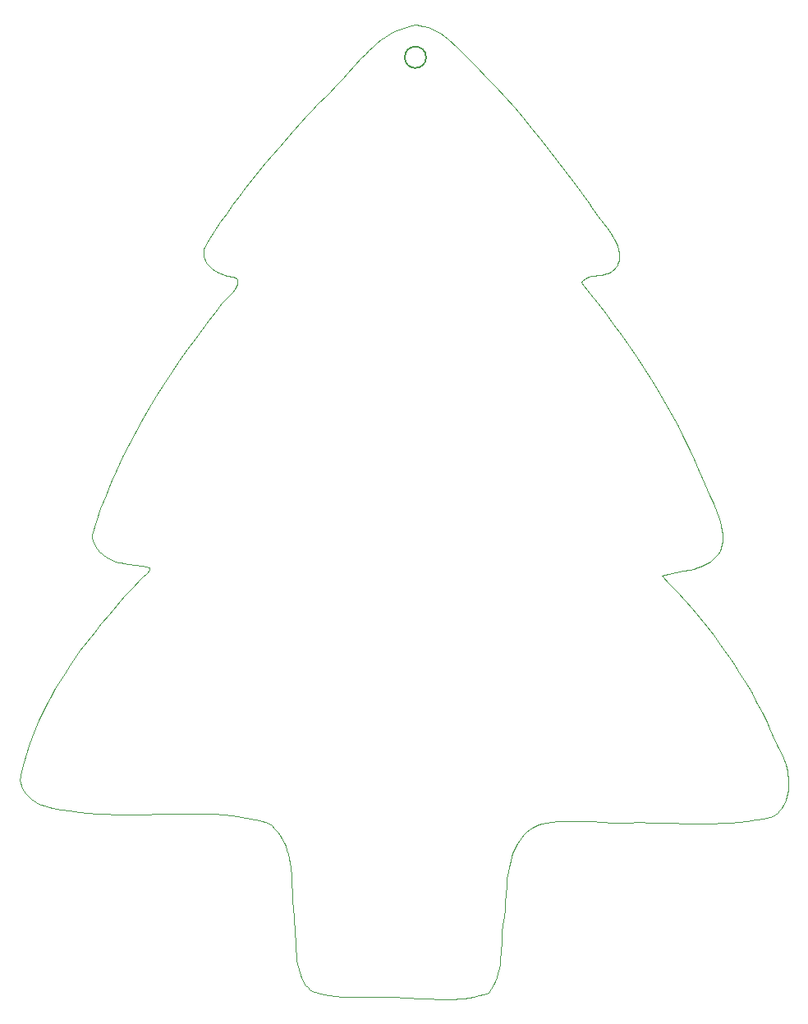
<source format=gbr>
%TF.GenerationSoftware,KiCad,Pcbnew,9.0.6*%
%TF.CreationDate,2025-12-01T09:21:34+01:00*%
%TF.ProjectId,BL_Santa,424c5f53-616e-4746-912e-6b696361645f,rev?*%
%TF.SameCoordinates,Original*%
%TF.FileFunction,Profile,NP*%
%FSLAX46Y46*%
G04 Gerber Fmt 4.6, Leading zero omitted, Abs format (unit mm)*
G04 Created by KiCad (PCBNEW 9.0.6) date 2025-12-01 09:21:34*
%MOMM*%
%LPD*%
G01*
G04 APERTURE LIST*
%TA.AperFunction,Profile*%
%ADD10C,0.150000*%
%TD*%
%TA.AperFunction,Profile*%
%ADD11C,0.100000*%
%TD*%
G04 APERTURE END LIST*
D10*
X121675000Y-55369100D02*
G75*
G02*
X119475000Y-55369100I-1100000J0D01*
G01*
X119475000Y-55369100D02*
G75*
G02*
X121675000Y-55369100I1100000J0D01*
G01*
D11*
X120486200Y-52039800D02*
X119940500Y-52149600D01*
X119940500Y-52149600D02*
X119414300Y-52300800D01*
X119414300Y-52300800D02*
X118906400Y-52490400D01*
X118906400Y-52490400D02*
X118416100Y-52715100D01*
X118416100Y-52715100D02*
X117942300Y-52972000D01*
X117942300Y-52972000D02*
X117484100Y-53257700D01*
X117484100Y-53257700D02*
X117040500Y-53569300D01*
X117040500Y-53569300D02*
X116610700Y-53903600D01*
X116610700Y-53903600D02*
X116193600Y-54257400D01*
X116193600Y-54257400D02*
X115788300Y-54627700D01*
X115788300Y-54627700D02*
X115394000Y-55011300D01*
X115394000Y-55011300D02*
X115009500Y-55405200D01*
X115009500Y-55405200D02*
X114266600Y-56210900D01*
X114266600Y-56210900D02*
X113552100Y-57020000D01*
X113552100Y-57020000D02*
X113056700Y-57576300D01*
X113056700Y-57576300D02*
X112545000Y-58116700D01*
X112545000Y-58116700D02*
X111495100Y-59171600D01*
X111495100Y-59171600D02*
X110447800Y-60228900D01*
X110447800Y-60228900D02*
X109939200Y-60772100D01*
X109939200Y-60772100D02*
X109448100Y-61332500D01*
X109448100Y-61332500D02*
X107975000Y-62950000D01*
X107975000Y-62950000D02*
X106518000Y-64586000D01*
X106518000Y-64586000D02*
X105088200Y-66246700D01*
X105088200Y-66246700D02*
X103696700Y-67938500D01*
X103696700Y-67938500D02*
X103018700Y-68798000D01*
X103018700Y-68798000D02*
X102354400Y-69667700D01*
X102354400Y-69667700D02*
X101705300Y-70548300D01*
X101705300Y-70548300D02*
X101072600Y-71440700D01*
X101072600Y-71440700D02*
X100457700Y-72345600D01*
X100457700Y-72345600D02*
X99862100Y-73263800D01*
X99862100Y-73263800D02*
X99287200Y-74196100D01*
X99287200Y-74196100D02*
X98734200Y-75143300D01*
X98734200Y-75143300D02*
X98708300Y-75395500D01*
X98708300Y-75395500D02*
X98714400Y-75639400D01*
X98714400Y-75639400D02*
X98750300Y-75874200D01*
X98750300Y-75874200D02*
X98813800Y-76099500D01*
X98813800Y-76099500D02*
X98902700Y-76314500D01*
X98902700Y-76314500D02*
X99015000Y-76518800D01*
X99015000Y-76518800D02*
X99148400Y-76711700D01*
X99148400Y-76711700D02*
X99300900Y-76892700D01*
X99300900Y-76892700D02*
X99470200Y-77061200D01*
X99470200Y-77061200D02*
X99654100Y-77216500D01*
X99654100Y-77216500D02*
X99850600Y-77358100D01*
X99850600Y-77358100D02*
X100057400Y-77485400D01*
X100057400Y-77485400D02*
X100272500Y-77597900D01*
X100272500Y-77597900D02*
X100493500Y-77694800D01*
X100493500Y-77694800D02*
X100718500Y-77775700D01*
X100718500Y-77775700D02*
X100945200Y-77840000D01*
X100945200Y-77840000D02*
X101102400Y-77897000D01*
X101102400Y-77897000D02*
X101270700Y-77937100D01*
X101270700Y-77937100D02*
X101618600Y-77994100D01*
X101618600Y-77994100D02*
X101787300Y-78024900D01*
X101787300Y-78024900D02*
X101945200Y-78066500D01*
X101945200Y-78066500D02*
X102086900Y-78125800D01*
X102086900Y-78125800D02*
X102206900Y-78209700D01*
X102206900Y-78209700D02*
X102229700Y-78413300D01*
X102229700Y-78413300D02*
X102222400Y-78606400D01*
X102222400Y-78606400D02*
X102188000Y-78790100D01*
X102188000Y-78790100D02*
X102129300Y-78965100D01*
X102129300Y-78965100D02*
X102049300Y-79132200D01*
X102049300Y-79132200D02*
X101951000Y-79292400D01*
X101951000Y-79292400D02*
X101710800Y-79595400D01*
X101710800Y-79595400D02*
X101432100Y-79880900D01*
X101432100Y-79880900D02*
X101138400Y-80155800D01*
X101138400Y-80155800D02*
X100853000Y-80426900D01*
X100853000Y-80426900D02*
X100599200Y-80701100D01*
X100599200Y-80701100D02*
X99917800Y-81594800D01*
X99917800Y-81594800D02*
X99244600Y-82497900D01*
X99244600Y-82497900D02*
X97896100Y-84305200D01*
X97896100Y-84305200D02*
X97052700Y-85471700D01*
X97052700Y-85471700D02*
X96225000Y-86651500D01*
X96225000Y-86651500D02*
X95414700Y-87844500D01*
X95414700Y-87844500D02*
X94623400Y-89051100D01*
X94623400Y-89051100D02*
X93852800Y-90271100D01*
X93852800Y-90271100D02*
X93104400Y-91504900D01*
X93104400Y-91504900D02*
X92379900Y-92752400D01*
X92379900Y-92752400D02*
X91680900Y-94013900D01*
X91680900Y-94013900D02*
X91009000Y-95289300D01*
X91009000Y-95289300D02*
X90365800Y-96578900D01*
X90365800Y-96578900D02*
X89753000Y-97882800D01*
X89753000Y-97882800D02*
X89172100Y-99201000D01*
X89172100Y-99201000D02*
X88624900Y-100533700D01*
X88624900Y-100533700D02*
X88112900Y-101881000D01*
X88112900Y-101881000D02*
X87637700Y-103243000D01*
X87637700Y-103243000D02*
X87201000Y-104619800D01*
X87201000Y-104619800D02*
X87241600Y-104905000D01*
X87241600Y-104905000D02*
X87310700Y-105177700D01*
X87310700Y-105177700D02*
X87406300Y-105437600D01*
X87406300Y-105437600D02*
X87526500Y-105684200D01*
X87526500Y-105684200D02*
X87669500Y-105917400D01*
X87669500Y-105917400D02*
X87833300Y-106136600D01*
X87833300Y-106136600D02*
X88016200Y-106341600D01*
X88016200Y-106341600D02*
X88216100Y-106532100D01*
X88216100Y-106532100D02*
X88431300Y-106707500D01*
X88431300Y-106707500D02*
X88659700Y-106867800D01*
X88659700Y-106867800D02*
X88899600Y-107012300D01*
X88899600Y-107012300D02*
X89149100Y-107140900D01*
X89149100Y-107140900D02*
X89406200Y-107253100D01*
X89406200Y-107253100D02*
X89669100Y-107348700D01*
X89669100Y-107348700D02*
X89935800Y-107427200D01*
X89935800Y-107427200D02*
X90204600Y-107488400D01*
X90204600Y-107488400D02*
X90567100Y-107576200D01*
X90567100Y-107576200D02*
X90934600Y-107644400D01*
X90934600Y-107644400D02*
X91677600Y-107742900D01*
X91677600Y-107742900D02*
X92419400Y-107826700D01*
X92419400Y-107826700D02*
X93146300Y-107938200D01*
X93146300Y-107938200D02*
X93163900Y-108040400D01*
X93163900Y-108040400D02*
X93162000Y-108137600D01*
X93162000Y-108137600D02*
X93142700Y-108230400D01*
X93142700Y-108230400D02*
X93108000Y-108319000D01*
X93108000Y-108319000D02*
X92999900Y-108485300D01*
X92999900Y-108485300D02*
X92853600Y-108639500D01*
X92853600Y-108639500D02*
X92508900Y-108923600D01*
X92508900Y-108923600D02*
X92342100Y-109059500D01*
X92342100Y-109059500D02*
X92199800Y-109195300D01*
X92199800Y-109195300D02*
X91365800Y-110064300D01*
X91365800Y-110064300D02*
X90548600Y-110950000D01*
X90548600Y-110950000D02*
X89748000Y-111851400D01*
X89748000Y-111851400D02*
X88963500Y-112767500D01*
X88963500Y-112767500D02*
X88194900Y-113697100D01*
X88194900Y-113697100D02*
X87441900Y-114639300D01*
X87441900Y-114639300D02*
X86704100Y-115592900D01*
X86704100Y-115592900D02*
X85981200Y-116557000D01*
X85981200Y-116557000D02*
X85445100Y-117309800D01*
X85445100Y-117309800D02*
X84922500Y-118073800D01*
X84922500Y-118073800D02*
X84414800Y-118849000D01*
X84414800Y-118849000D02*
X83923200Y-119635200D01*
X83923200Y-119635200D02*
X83449200Y-120432200D01*
X83449200Y-120432200D02*
X82994000Y-121240100D01*
X82994000Y-121240100D02*
X82559100Y-122058600D01*
X82559100Y-122058600D02*
X82145800Y-122887600D01*
X82145800Y-122887600D02*
X81755400Y-123727100D01*
X81755400Y-123727100D02*
X81389200Y-124576800D01*
X81389200Y-124576800D02*
X81048700Y-125436600D01*
X81048700Y-125436600D02*
X80735100Y-126306400D01*
X80735100Y-126306400D02*
X80449800Y-127186200D01*
X80449800Y-127186200D02*
X80194100Y-128075700D01*
X80194100Y-128075700D02*
X79969500Y-128974800D01*
X79969500Y-128974800D02*
X79777200Y-129883500D01*
X79777200Y-129883500D02*
X79843400Y-130180900D01*
X79843400Y-130180900D02*
X79937400Y-130463800D01*
X79937400Y-130463800D02*
X80057400Y-130731900D01*
X80057400Y-130731900D02*
X80201600Y-130984900D01*
X80201600Y-130984900D02*
X80367900Y-131222800D01*
X80367900Y-131222800D02*
X80554700Y-131445300D01*
X80554700Y-131445300D02*
X80759800Y-131652200D01*
X80759800Y-131652200D02*
X80981600Y-131843200D01*
X80981600Y-131843200D02*
X81218100Y-132018200D01*
X81218100Y-132018200D02*
X81467400Y-132177100D01*
X81467400Y-132177100D02*
X81727600Y-132319400D01*
X81727600Y-132319400D02*
X81996900Y-132445200D01*
X81996900Y-132445200D02*
X82273400Y-132554100D01*
X82273400Y-132554100D02*
X82555100Y-132645900D01*
X82555100Y-132645900D02*
X82840300Y-132720500D01*
X82840300Y-132720500D02*
X83127100Y-132777700D01*
X83127100Y-132777700D02*
X84043300Y-132925100D01*
X84043300Y-132925100D02*
X84961300Y-133053500D01*
X84961300Y-133053500D02*
X85881300Y-133163000D01*
X85881300Y-133163000D02*
X86803200Y-133253900D01*
X86803200Y-133253900D02*
X87727100Y-133326300D01*
X87727100Y-133326300D02*
X88653200Y-133380400D01*
X88653200Y-133380400D02*
X89581600Y-133416300D01*
X89581600Y-133416300D02*
X90512300Y-133434300D01*
X90512300Y-133434300D02*
X92380700Y-133422800D01*
X92380700Y-133422800D02*
X94253200Y-133381700D01*
X94253200Y-133381700D02*
X96126400Y-133342600D01*
X96126400Y-133342600D02*
X97997000Y-133337200D01*
X97997000Y-133337200D02*
X98930300Y-133357000D01*
X98930300Y-133357000D02*
X99861500Y-133397000D01*
X99861500Y-133397000D02*
X100790500Y-133461300D01*
X100790500Y-133461300D02*
X101716600Y-133553700D01*
X101716600Y-133553700D02*
X102639500Y-133678200D01*
X102639500Y-133678200D02*
X103558700Y-133838800D01*
X103558700Y-133838800D02*
X104473900Y-134039400D01*
X104473900Y-134039400D02*
X105384600Y-134283900D01*
X105384600Y-134283900D02*
X105736600Y-134565000D01*
X105736600Y-134565000D02*
X106053100Y-134871500D01*
X106053100Y-134871500D02*
X106336100Y-135201200D01*
X106336100Y-135201200D02*
X106587500Y-135551900D01*
X106587500Y-135551900D02*
X106809100Y-135921300D01*
X106809100Y-135921300D02*
X107002900Y-136307300D01*
X107002900Y-136307300D02*
X107170800Y-136707500D01*
X107170800Y-136707500D02*
X107314600Y-137119800D01*
X107314600Y-137119800D02*
X107436400Y-137541800D01*
X107436400Y-137541800D02*
X107538000Y-137971500D01*
X107538000Y-137971500D02*
X107621300Y-138406500D01*
X107621300Y-138406500D02*
X107688200Y-138844600D01*
X107688200Y-138844600D02*
X107780500Y-139721300D01*
X107780500Y-139721300D02*
X107830100Y-140583400D01*
X107830100Y-140583400D02*
X107859300Y-141430400D01*
X107859300Y-141430400D02*
X107906200Y-142276400D01*
X107906200Y-142276400D02*
X108029000Y-143965400D01*
X108029000Y-143965400D02*
X108149800Y-145654400D01*
X108149800Y-145654400D02*
X108194200Y-146499400D01*
X108194200Y-146499400D02*
X108219800Y-147346400D01*
X108219800Y-147346400D02*
X108266500Y-147936400D01*
X108266500Y-147936400D02*
X108342000Y-148534400D01*
X108342000Y-148534400D02*
X108454900Y-149131400D01*
X108454900Y-149131400D02*
X108613700Y-149714400D01*
X108613700Y-149714400D02*
X108713000Y-149997400D01*
X108713000Y-149997400D02*
X108827000Y-150273400D01*
X108827000Y-150273400D02*
X108956700Y-150539400D01*
X108956700Y-150539400D02*
X109103200Y-150796400D01*
X109103200Y-150796400D02*
X109267600Y-151040400D01*
X109267600Y-151040400D02*
X109451000Y-151272400D01*
X109451000Y-151272400D02*
X109654300Y-151489400D01*
X109654300Y-151489400D02*
X109878700Y-151690400D01*
X109878700Y-151690400D02*
X110493900Y-151858400D01*
X110493900Y-151858400D02*
X111113000Y-151989400D01*
X111113000Y-151989400D02*
X111735400Y-152089400D01*
X111735400Y-152089400D02*
X112360800Y-152160400D01*
X112360800Y-152160400D02*
X112988700Y-152207400D01*
X112988700Y-152207400D02*
X113618600Y-152235400D01*
X113618600Y-152235400D02*
X114882500Y-152248400D01*
X114882500Y-152248400D02*
X116148700Y-152233400D01*
X116148700Y-152233400D02*
X117413600Y-152224400D01*
X117413600Y-152224400D02*
X118044400Y-152232400D01*
X118044400Y-152232400D02*
X118673400Y-152255400D01*
X118673400Y-152255400D02*
X119300300Y-152295400D01*
X119300300Y-152295400D02*
X119924400Y-152358400D01*
X119924400Y-152358400D02*
X120944600Y-152386400D01*
X120944600Y-152386400D02*
X121975300Y-152430400D01*
X121975300Y-152430400D02*
X123011400Y-152468400D01*
X123011400Y-152468400D02*
X124047900Y-152478400D01*
X124047900Y-152478400D02*
X124564700Y-152465400D01*
X124564700Y-152465400D02*
X125079700Y-152437400D01*
X125079700Y-152437400D02*
X125592200Y-152391400D01*
X125592200Y-152391400D02*
X126101600Y-152324400D01*
X126101600Y-152324400D02*
X126607300Y-152233400D01*
X126607300Y-152233400D02*
X127108600Y-152116400D01*
X127108600Y-152116400D02*
X127604900Y-151970400D01*
X127604900Y-151970400D02*
X128095500Y-151791400D01*
X128095500Y-151791400D02*
X128372500Y-151411400D01*
X128372500Y-151411400D02*
X128606500Y-151015400D01*
X128606500Y-151015400D02*
X128801600Y-150607400D01*
X128801600Y-150607400D02*
X128961600Y-150186400D01*
X128961600Y-150186400D02*
X129090300Y-149755400D01*
X129090300Y-149755400D02*
X129191700Y-149316400D01*
X129191700Y-149316400D02*
X129269700Y-148868400D01*
X129269700Y-148868400D02*
X129328000Y-148415400D01*
X129328000Y-148415400D02*
X129401300Y-147498400D01*
X129401300Y-147498400D02*
X129442700Y-146574400D01*
X129442700Y-146574400D02*
X129483300Y-145657400D01*
X129483300Y-145657400D02*
X129554100Y-144759400D01*
X129554100Y-144759400D02*
X129689100Y-143984400D01*
X129689100Y-143984400D02*
X129779600Y-143203400D01*
X129779600Y-143203400D02*
X129841500Y-142418400D01*
X129841500Y-142418400D02*
X129891100Y-141632400D01*
X129891100Y-141632400D02*
X129944600Y-140845400D01*
X129944600Y-140845400D02*
X130018100Y-140062400D01*
X130018100Y-140062400D02*
X130127700Y-139282800D01*
X130127700Y-139282800D02*
X130201200Y-138895500D01*
X130201200Y-138895500D02*
X130289700Y-138510200D01*
X130289700Y-138510200D02*
X130372200Y-138151600D01*
X130372200Y-138151600D02*
X130475700Y-137792800D01*
X130475700Y-137792800D02*
X130600100Y-137436700D01*
X130600100Y-137436700D02*
X130745200Y-137085900D01*
X130745200Y-137085900D02*
X130910800Y-136743400D01*
X130910800Y-136743400D02*
X131096700Y-136411800D01*
X131096700Y-136411800D02*
X131303000Y-136094000D01*
X131303000Y-136094000D02*
X131529300Y-135792700D01*
X131529300Y-135792700D02*
X131775500Y-135510700D01*
X131775500Y-135510700D02*
X132041500Y-135250900D01*
X132041500Y-135250900D02*
X132327100Y-135015900D01*
X132327100Y-135015900D02*
X132632100Y-134808700D01*
X132632100Y-134808700D02*
X132956500Y-134631900D01*
X132956500Y-134631900D02*
X133300000Y-134488300D01*
X133300000Y-134488300D02*
X133662500Y-134380800D01*
X133662500Y-134380800D02*
X134043900Y-134312100D01*
X134043900Y-134312100D02*
X134619200Y-134217400D01*
X134619200Y-134217400D02*
X135195500Y-134151600D01*
X135195500Y-134151600D02*
X135772700Y-134111100D01*
X135772700Y-134111100D02*
X136350700Y-134092300D01*
X136350700Y-134092300D02*
X136929500Y-134091600D01*
X136929500Y-134091600D02*
X137509100Y-134105300D01*
X137509100Y-134105300D02*
X138670600Y-134161600D01*
X138670600Y-134161600D02*
X139834700Y-134232200D01*
X139834700Y-134232200D02*
X141001300Y-134288100D01*
X141001300Y-134288100D02*
X141585400Y-134301500D01*
X141585400Y-134301500D02*
X142169900Y-134300300D01*
X142169900Y-134300300D02*
X142755000Y-134280900D01*
X142755000Y-134280900D02*
X143340400Y-134239700D01*
X143340400Y-134239700D02*
X145097600Y-134265200D01*
X145097600Y-134265200D02*
X146859100Y-134309100D01*
X146859100Y-134309100D02*
X148622500Y-134348100D01*
X148622500Y-134348100D02*
X150385100Y-134359300D01*
X150385100Y-134359300D02*
X151265200Y-134347200D01*
X151265200Y-134347200D02*
X152144200Y-134319400D01*
X152144200Y-134319400D02*
X153021800Y-134273200D01*
X153021800Y-134273200D02*
X153896800Y-134205500D01*
X153896800Y-134205500D02*
X154770800Y-134113500D01*
X154770800Y-134113500D02*
X155641800Y-133994300D01*
X155641800Y-133994300D02*
X156509800Y-133845000D01*
X156509800Y-133845000D02*
X157374800Y-133662800D01*
X157374800Y-133662800D02*
X157652800Y-133466900D01*
X157652800Y-133466900D02*
X157903800Y-133248200D01*
X157903800Y-133248200D02*
X158128800Y-133008800D01*
X158128800Y-133008800D02*
X158328800Y-132750900D01*
X158328800Y-132750900D02*
X158503800Y-132476400D01*
X158503800Y-132476400D02*
X158653800Y-132187500D01*
X158653800Y-132187500D02*
X158779800Y-131886200D01*
X158779800Y-131886200D02*
X158882800Y-131574600D01*
X158882800Y-131574600D02*
X158961800Y-131254700D01*
X158961800Y-131254700D02*
X159017800Y-130928700D01*
X159017800Y-130928700D02*
X159051800Y-130598600D01*
X159051800Y-130598600D02*
X159062800Y-130266400D01*
X159062800Y-130266400D02*
X159052800Y-129934300D01*
X159052800Y-129934300D02*
X159021800Y-129604300D01*
X159021800Y-129604300D02*
X158969800Y-129278400D01*
X158969800Y-129278400D02*
X158897800Y-128958800D01*
X158897800Y-128958800D02*
X158820800Y-128622300D01*
X158820800Y-128622300D02*
X158728800Y-128291200D01*
X158728800Y-128291200D02*
X158506800Y-127642800D01*
X158506800Y-127642800D02*
X158246800Y-127009000D01*
X158246800Y-127009000D02*
X157959800Y-126385200D01*
X157959800Y-126385200D02*
X157353800Y-125149200D01*
X157353800Y-125149200D02*
X157059800Y-124527800D01*
X157059800Y-124527800D02*
X156787800Y-123898000D01*
X156787800Y-123898000D02*
X156274800Y-122849000D01*
X156274800Y-122849000D02*
X155736800Y-121813400D01*
X155736800Y-121813400D02*
X155174800Y-120791400D01*
X155174800Y-120791400D02*
X154588800Y-119783000D01*
X154588800Y-119783000D02*
X153978800Y-118788500D01*
X153978800Y-118788500D02*
X153347800Y-117807900D01*
X153347800Y-117807900D02*
X152694700Y-116841400D01*
X152694700Y-116841400D02*
X152020800Y-115889000D01*
X152020800Y-115889000D02*
X151326800Y-114951000D01*
X151326800Y-114951000D02*
X150613300Y-114027500D01*
X150613300Y-114027500D02*
X149881100Y-113118600D01*
X149881100Y-113118600D02*
X149131000Y-112224400D01*
X149131000Y-112224400D02*
X148363500Y-111345100D01*
X148363500Y-111345100D02*
X147579500Y-110480700D01*
X147579500Y-110480700D02*
X146779700Y-109631500D01*
X146779700Y-109631500D02*
X145964700Y-108797600D01*
X145964700Y-108797600D02*
X146678900Y-108620000D01*
X146678900Y-108620000D02*
X147415600Y-108478500D01*
X147415600Y-108478500D02*
X148160600Y-108346100D01*
X148160600Y-108346100D02*
X148900000Y-108196000D01*
X148900000Y-108196000D02*
X149263200Y-108105900D01*
X149263200Y-108105900D02*
X149619800Y-108001400D01*
X149619800Y-108001400D02*
X149968000Y-107878900D01*
X149968000Y-107878900D02*
X150306000Y-107735300D01*
X150306000Y-107735300D02*
X150632000Y-107567100D01*
X150632000Y-107567100D02*
X150944500Y-107371000D01*
X150944500Y-107371000D02*
X151241500Y-107143600D01*
X151241500Y-107143600D02*
X151521300Y-106881600D01*
X151521300Y-106881600D02*
X151760700Y-106593700D01*
X151760700Y-106593700D02*
X151952800Y-106280700D01*
X151952800Y-106280700D02*
X152098600Y-105947400D01*
X152098600Y-105947400D02*
X152199100Y-105598500D01*
X152199100Y-105598500D02*
X152255200Y-105238700D01*
X152255200Y-105238700D02*
X152268100Y-104872600D01*
X152268100Y-104872600D02*
X152238500Y-104505000D01*
X152238500Y-104505000D02*
X152167600Y-104140600D01*
X152167600Y-104140600D02*
X152072200Y-103663100D01*
X152072200Y-103663100D02*
X151954500Y-103193400D01*
X151954500Y-103193400D02*
X151817100Y-102730400D01*
X151817100Y-102730400D02*
X151662400Y-102273300D01*
X151662400Y-102273300D02*
X151311300Y-101373500D01*
X151311300Y-101373500D02*
X150921200Y-100487000D01*
X150921200Y-100487000D02*
X150104100Y-98726300D01*
X150104100Y-98726300D02*
X149717000Y-97838300D01*
X149717000Y-97838300D02*
X149370900Y-96935900D01*
X149370900Y-96935900D02*
X148790100Y-95701900D01*
X148790100Y-95701900D02*
X148186800Y-94479200D01*
X148186800Y-94479200D02*
X147561500Y-93268000D01*
X147561500Y-93268000D02*
X146914600Y-92068300D01*
X146914600Y-92068300D02*
X146246700Y-90880200D01*
X146246700Y-90880200D02*
X145558400Y-89703800D01*
X145558400Y-89703800D02*
X144850100Y-88539200D01*
X144850100Y-88539200D02*
X144122400Y-87386500D01*
X144122400Y-87386500D02*
X143376000Y-86245800D01*
X143376000Y-86245800D02*
X142611100Y-85117200D01*
X142611100Y-85117200D02*
X141828600Y-84000700D01*
X141828600Y-84000700D02*
X141028700Y-82896500D01*
X141028700Y-82896500D02*
X140212200Y-81804700D01*
X140212200Y-81804700D02*
X139379500Y-80725300D01*
X139379500Y-80725300D02*
X138531200Y-79658400D01*
X138531200Y-79658400D02*
X137667800Y-78604200D01*
X137667800Y-78604200D02*
X137760800Y-78458000D01*
X137760800Y-78458000D02*
X137868600Y-78334400D01*
X137868600Y-78334400D02*
X137989500Y-78231100D01*
X137989500Y-78231100D02*
X138122000Y-78146000D01*
X138122000Y-78146000D02*
X138264600Y-78076700D01*
X138264600Y-78076700D02*
X138415700Y-78021100D01*
X138415700Y-78021100D02*
X138737300Y-77941700D01*
X138737300Y-77941700D02*
X139074100Y-77889800D01*
X139074100Y-77889800D02*
X139413900Y-77847400D01*
X139413900Y-77847400D02*
X139744200Y-77796600D01*
X139744200Y-77796600D02*
X140052600Y-77719400D01*
X140052600Y-77719400D02*
X140239000Y-77682900D01*
X140239000Y-77682900D02*
X140417800Y-77627100D01*
X140417800Y-77627100D02*
X140588100Y-77553400D01*
X140588100Y-77553400D02*
X140748700Y-77463000D01*
X140748700Y-77463000D02*
X140898600Y-77357200D01*
X140898600Y-77357200D02*
X141036900Y-77237400D01*
X141036900Y-77237400D02*
X141162500Y-77104900D01*
X141162500Y-77104900D02*
X141274300Y-76960900D01*
X141274300Y-76960900D02*
X141371400Y-76806800D01*
X141371400Y-76806800D02*
X141452600Y-76643900D01*
X141452600Y-76643900D02*
X141517100Y-76473400D01*
X141517100Y-76473400D02*
X141563700Y-76296700D01*
X141563700Y-76296700D02*
X141591400Y-76115200D01*
X141591400Y-76115200D02*
X141599300Y-75930000D01*
X141599300Y-75930000D02*
X141586200Y-75742500D01*
X141586200Y-75742500D02*
X141551100Y-75554000D01*
X141551100Y-75554000D02*
X141485000Y-75177500D01*
X141485000Y-75177500D02*
X141385500Y-74817300D01*
X141385500Y-74817300D02*
X141256300Y-74471400D01*
X141256300Y-74471400D02*
X141101000Y-74138200D01*
X141101000Y-74138200D02*
X140923400Y-73815900D01*
X140923400Y-73815900D02*
X140727100Y-73502500D01*
X140727100Y-73502500D02*
X140293500Y-72895500D01*
X140293500Y-72895500D02*
X139364900Y-71710300D01*
X139364900Y-71710300D02*
X138929200Y-71103100D01*
X138929200Y-71103100D02*
X138731400Y-70789600D01*
X138731400Y-70789600D02*
X138551900Y-70467000D01*
X138551900Y-70467000D02*
X136879800Y-68204800D01*
X136879800Y-68204800D02*
X135175400Y-65964100D01*
X135175400Y-65964100D02*
X133432000Y-63753100D01*
X133432000Y-63753100D02*
X132543600Y-62661300D01*
X132543600Y-62661300D02*
X131642900Y-61580000D01*
X131642900Y-61580000D02*
X130729000Y-60510200D01*
X130729000Y-60510200D02*
X129801200Y-59452800D01*
X129801200Y-59452800D02*
X128858600Y-58409100D01*
X128858600Y-58409100D02*
X127900400Y-57379800D01*
X127900400Y-57379800D02*
X126925700Y-56366200D01*
X126925700Y-56366200D02*
X125933600Y-55369100D01*
X125933600Y-55369100D02*
X124923400Y-54389600D01*
X124923400Y-54389600D02*
X123894200Y-53428800D01*
X123894200Y-53428800D02*
X123522100Y-53146600D01*
X123522100Y-53146600D02*
X123132200Y-52883000D01*
X123132200Y-52883000D02*
X122725500Y-52644300D01*
X122725500Y-52644300D02*
X122303500Y-52436600D01*
X122303500Y-52436600D02*
X121867300Y-52266100D01*
X121867300Y-52266100D02*
X121418200Y-52139000D01*
X121418200Y-52139000D02*
X120957400Y-52061500D01*
X120957400Y-52061500D02*
X120723000Y-52043300D01*
X120723000Y-52043300D02*
X120486200Y-52039800D01*
X120486200Y-52039800D02*
X120486200Y-52039800D01*
X120486200Y-52039800D02*
X120486200Y-52039800D01*
M02*

</source>
